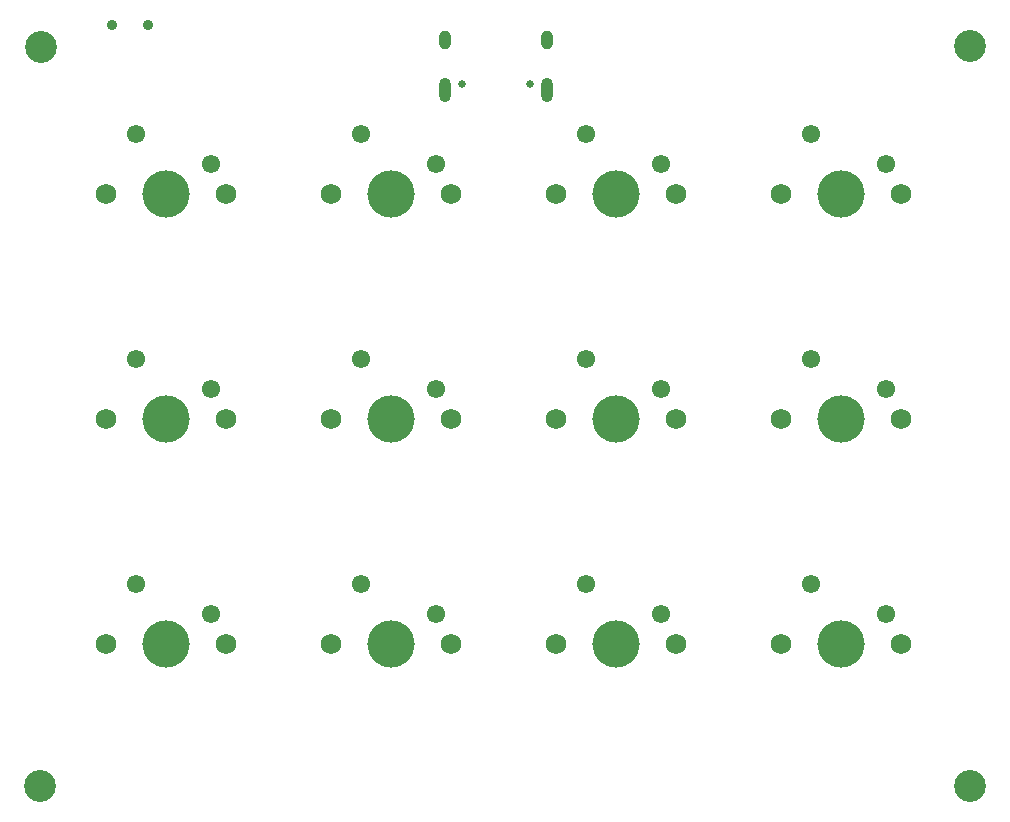
<source format=gbr>
%TF.GenerationSoftware,KiCad,Pcbnew,(6.0.10)*%
%TF.CreationDate,2023-01-10T16:59:13+01:00*%
%TF.ProjectId,rp2040_keyboard,72703230-3430-45f6-9b65-79626f617264,rev?*%
%TF.SameCoordinates,Original*%
%TF.FileFunction,Soldermask,Bot*%
%TF.FilePolarity,Negative*%
%FSLAX46Y46*%
G04 Gerber Fmt 4.6, Leading zero omitted, Abs format (unit mm)*
G04 Created by KiCad (PCBNEW (6.0.10)) date 2023-01-10 16:59:13*
%MOMM*%
%LPD*%
G01*
G04 APERTURE LIST*
%ADD10C,1.750000*%
%ADD11C,4.000000*%
%ADD12C,1.550000*%
%ADD13C,0.900000*%
%ADD14C,2.700000*%
%ADD15C,0.650000*%
%ADD16O,1.000000X2.100000*%
%ADD17O,1.000000X1.600000*%
G04 APERTURE END LIST*
D10*
%TO.C,SW1*%
X111506000Y-59690000D03*
D11*
X116586000Y-59690000D03*
D10*
X121666000Y-59690000D03*
D12*
X120396000Y-57150000D03*
X114046000Y-54610000D03*
%TD*%
D13*
%TO.C,SW13*%
X57888000Y-45331600D03*
X54888000Y-45331600D03*
%TD*%
D14*
%TO.C,H4*%
X48768000Y-109829600D03*
%TD*%
%TO.C,H3*%
X127508000Y-109829600D03*
%TD*%
%TO.C,H2*%
X127508000Y-47167800D03*
%TD*%
%TO.C,H1*%
X48869600Y-47244000D03*
%TD*%
D15*
%TO.C,J1*%
X90240000Y-50331600D03*
X84460000Y-50331600D03*
D16*
X91670000Y-50831600D03*
D17*
X83030000Y-46651600D03*
D16*
X83030000Y-50831600D03*
D17*
X91670000Y-46651600D03*
%TD*%
D12*
%TO.C,SW7*%
X82296000Y-76200000D03*
D11*
X78486000Y-78740000D03*
D12*
X75946000Y-73660000D03*
D10*
X73406000Y-78740000D03*
X83566000Y-78740000D03*
%TD*%
%TO.C,SW5*%
X121666000Y-78740000D03*
D11*
X116586000Y-78740000D03*
D12*
X120396000Y-76200000D03*
D10*
X111506000Y-78740000D03*
D12*
X114046000Y-73660000D03*
%TD*%
%TO.C,SW2*%
X101346000Y-57150000D03*
X94996000Y-54610000D03*
D11*
X97536000Y-59690000D03*
D10*
X92456000Y-59690000D03*
X102616000Y-59690000D03*
%TD*%
D12*
%TO.C,SW6*%
X101346000Y-76200000D03*
D10*
X102616000Y-78740000D03*
D11*
X97536000Y-78740000D03*
D10*
X92456000Y-78740000D03*
D12*
X94996000Y-73660000D03*
%TD*%
%TO.C,SW10*%
X101346000Y-95250000D03*
D10*
X92456000Y-97790000D03*
D12*
X94996000Y-92710000D03*
D11*
X97536000Y-97790000D03*
D10*
X102616000Y-97790000D03*
%TD*%
D12*
%TO.C,SW8*%
X56896000Y-73660000D03*
D11*
X59436000Y-78740000D03*
D10*
X54356000Y-78740000D03*
X64516000Y-78740000D03*
D12*
X63246000Y-76200000D03*
%TD*%
D10*
%TO.C,SW11*%
X83566000Y-97790000D03*
X73406000Y-97790000D03*
D12*
X75946000Y-92710000D03*
X82296000Y-95250000D03*
D11*
X78486000Y-97790000D03*
%TD*%
D10*
%TO.C,SW9*%
X121666000Y-97790000D03*
X111506000Y-97790000D03*
D12*
X114046000Y-92710000D03*
X120396000Y-95250000D03*
D11*
X116586000Y-97790000D03*
%TD*%
D10*
%TO.C,SW12*%
X54356000Y-97790000D03*
X64516000Y-97790000D03*
D11*
X59436000Y-97790000D03*
D12*
X63246000Y-95250000D03*
X56896000Y-92710000D03*
%TD*%
D10*
%TO.C,SW4*%
X54356000Y-59690000D03*
D11*
X59436000Y-59690000D03*
D12*
X63246000Y-57150000D03*
X56896000Y-54610000D03*
D10*
X64516000Y-59690000D03*
%TD*%
%TO.C,SW3*%
X83566000Y-59690000D03*
D11*
X78486000Y-59690000D03*
D12*
X75946000Y-54610000D03*
X82296000Y-57150000D03*
D10*
X73406000Y-59690000D03*
%TD*%
M02*

</source>
